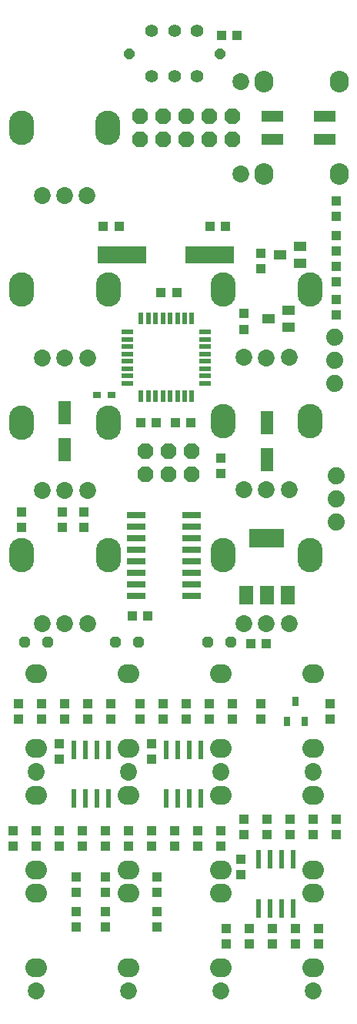
<source format=gts>
G04 DipTrace 3.2.0.1*
G04 ugrids02.GTS*
%MOIN*%
G04 #@! TF.FileFunction,Soldermask,Top*
G04 #@! TF.Part,Single*
%AMOUTLINE0*
4,1,4,
-0.027559,0.051181,
-0.027559,-0.051181,
0.027559,-0.051181,
0.027559,0.051181,
-0.027559,0.051181,
0*%
%AMOUTLINE1*
4,1,4,
0.011,-0.025,
0.011,0.025,
-0.011,0.025,
-0.011,-0.025,
0.011,-0.025,
0*%
%AMOUTLINE2*
4,1,4,
0.025,-0.011,
0.025,0.011,
-0.025,0.011,
-0.025,-0.011,
0.025,-0.011,
0*%
%AMOUTLINE3*
4,1,4,
0.01378,0.019685,
-0.01378,0.019685,
-0.01378,-0.019685,
0.01378,-0.019685,
0.01378,0.019685,
0*%
%AMOUTLINE4*
4,1,4,
-0.04,0.013,
-0.04,-0.013,
0.04,-0.013,
0.04,0.013,
-0.04,0.013,
0*%
%AMOUTLINE5*
4,1,4,
0.0295,0.0395,
-0.0295,0.0395,
-0.0295,-0.0395,
0.0295,-0.0395,
0.0295,0.0395,
0*%
%AMOUTLINE6*
4,1,4,
0.075,0.0395,
-0.075,0.0395,
-0.075,-0.0395,
0.075,-0.0395,
0.075,0.0395,
0*%
%AMOUTLINE7*
4,1,8,
0.034184,-0.014159,
0.014159,-0.034184,
-0.014159,-0.034184,
-0.034184,-0.014159,
-0.034184,0.014159,
-0.014159,0.034184,
0.014159,0.034184,
0.034184,0.014159,
0.034184,-0.014159,
0*%
%AMOUTLINE8*
4,1,4,
0.016732,0.01378,
-0.016732,0.01378,
-0.016732,-0.01378,
0.016732,-0.01378,
0.016732,0.01378,
0*%
%AMOUTLINE9*
4,1,8,
0.024021,0.00995,
0.00995,0.024021,
-0.00995,0.024021,
-0.024021,0.00995,
-0.024021,-0.00995,
-0.00995,-0.024021,
0.00995,-0.024021,
0.024021,-0.00995,
0.024021,0.00995,
0*%
%AMOUTLINE10*
4,1,4,
0.105,0.038,
-0.105,0.038,
-0.105,-0.038,
0.105,-0.038,
0.105,0.038,
0*%
%AMOUTLINE11*
4,1,4,
-0.027559,0.019685,
-0.027559,-0.019685,
0.027559,-0.019685,
0.027559,0.019685,
-0.027559,0.019685,
0*%
%AMOUTLINE12*
4,1,8,
0.02197,0.0091,
0.0091,0.02197,
-0.0091,0.02197,
-0.02197,0.0091,
-0.02197,-0.0091,
-0.0091,-0.02197,
0.0091,-0.02197,
0.02197,-0.0091,
0.02197,0.0091,
0*%
%ADD25R,0.043307X0.03937*%
%ADD26R,0.03937X0.043307*%
%ADD29R,0.023622X0.07874*%
%ADD30C,0.074*%
%ADD33C,0.055433*%
%ADD46R,0.094646X0.047402*%
%ADD54O,0.108031X0.149291*%
%ADD56O,0.083031X0.093031*%
%ADD62C,0.073031*%
%ADD64O,0.093031X0.083031*%
%ADD68OUTLINE0*%
%ADD69OUTLINE1*%
%ADD70OUTLINE2*%
%ADD71OUTLINE3*%
%ADD72OUTLINE4*%
%ADD73OUTLINE5*%
%ADD74OUTLINE6*%
%ADD75OUTLINE7*%
%ADD76OUTLINE8*%
%ADD77OUTLINE9*%
%ADD78OUTLINE10*%
%ADD79OUTLINE11*%
%ADD80OUTLINE12*%
%FSLAX26Y26*%
G04*
G70*
G90*
G75*
G01*
G04 TopMask*
%LPD*%
D64*
X1367178Y557104D3*
Y882104D3*
D62*
Y457104D3*
D64*
X967178Y557104D3*
Y882104D3*
D62*
Y457104D3*
D64*
X567178Y557104D3*
Y882104D3*
D62*
Y457104D3*
D68*
X692178Y2962313D3*
Y2800896D3*
D25*
X1321214Y3769104D3*
X1388143D3*
X1108714Y3481604D3*
X1175643D3*
X1496214Y1962855D3*
X1563143D3*
X1171214Y2919104D3*
X1238143D3*
X1021214D3*
X1088143D3*
X925643Y3769104D3*
X858714D3*
D26*
X1542178Y1635640D3*
Y1702569D3*
X1454678Y1027569D3*
Y960640D3*
X1667178Y1202569D3*
Y1135640D3*
D25*
X983714Y2081604D3*
X1050643D3*
D26*
X1217178Y1702569D3*
Y1635640D3*
X1067178Y1527569D3*
Y1460640D3*
X792178Y1702569D3*
Y1635640D3*
X1592178Y660640D3*
Y727569D3*
X967178Y1085640D3*
Y1152569D3*
X667178Y1085640D3*
Y1152569D3*
Y1527569D3*
Y1460640D3*
D68*
X1567178Y2918564D3*
Y2757146D3*
D64*
X1367178Y1507104D3*
Y1832104D3*
D62*
Y1407104D3*
D64*
X967178Y1507104D3*
Y1832104D3*
D62*
Y1407104D3*
D64*
X567178Y1507104D3*
Y1832104D3*
D62*
Y1407104D3*
D56*
X1555178Y4394104D3*
X1880178D3*
D62*
X1455178D3*
X790178Y3199104D3*
X692178Y3198829D3*
X594178Y3199104D3*
D54*
X505178Y3494104D3*
X879178D3*
D69*
X1242178Y3369104D3*
X1210682D3*
X1179186D3*
X1147690D3*
X1116194D3*
X1084698D3*
X1053202D3*
X1021706D3*
D70*
X962942Y3310341D3*
Y3278845D3*
Y3247348D3*
Y3215852D3*
Y3184356D3*
Y3152860D3*
Y3121364D3*
Y3089868D3*
D69*
X1021706Y3031104D3*
X1053202D3*
X1084698D3*
X1116194D3*
X1147690D3*
X1179186D3*
X1210682D3*
X1242178D3*
D70*
X1300942Y3089868D3*
Y3121364D3*
Y3152860D3*
Y3184356D3*
Y3215852D3*
Y3247348D3*
Y3278845D3*
Y3310341D3*
D71*
X1654777Y1625797D3*
X1729580D3*
X1692178Y1712411D3*
D29*
X1529678Y815167D3*
X1579678D3*
X1629678D3*
X1679678D3*
Y1027766D3*
X1629678D3*
X1579678D3*
X1529678D3*
X1129678Y1290167D3*
X1179678D3*
X1229678D3*
X1279678D3*
Y1502766D3*
X1229678D3*
X1179678D3*
X1129678D3*
X729678Y1290167D3*
X779678D3*
X829678D3*
X879678D3*
Y1502766D3*
X829678D3*
X779678D3*
X729678D3*
D72*
X1242178Y2169104D3*
Y2219104D3*
Y2269104D3*
Y2319104D3*
Y2369104D3*
Y2419104D3*
Y2469104D3*
Y2519104D3*
X1000178D3*
Y2469104D3*
Y2419104D3*
Y2369104D3*
Y2319104D3*
Y2269104D3*
Y2219104D3*
Y2169104D3*
D73*
X1478178Y2170104D3*
X1568178D3*
X1658178D3*
D74*
X1567178Y2418104D3*
D75*
X1042178Y2694104D3*
Y2794104D3*
X1142178Y2694104D3*
Y2794104D3*
X1242178Y2694104D3*
Y2794104D3*
X1017178Y4144104D3*
Y4244104D3*
X1117178Y4144104D3*
Y4244104D3*
X1217178Y4144104D3*
Y4244104D3*
X1317178Y4144104D3*
Y4244104D3*
X1417178Y4144104D3*
Y4244104D3*
D30*
X1867177Y2487854D3*
Y2587854D3*
Y2687854D3*
X1860927Y3287855D3*
Y3187855D3*
Y3087855D3*
D76*
X831745Y3037854D3*
X894737D3*
D77*
X1311199Y1969104D3*
X1411199D3*
X911199D3*
X1011199D3*
X517178D3*
X617178D3*
D64*
X1367178Y1306104D3*
Y981104D3*
D62*
Y1406104D3*
D64*
X967178Y1306104D3*
Y981104D3*
D62*
Y1406104D3*
D64*
X567178Y1306104D3*
Y981104D3*
D62*
Y1406104D3*
D78*
X942178Y3644104D3*
X1322178D3*
D79*
X1660485Y3331703D3*
X1573871Y3369104D3*
X1660485Y3406506D3*
X1710485Y3606703D3*
X1623871Y3644104D3*
X1710485Y3681506D3*
D62*
X788800Y3900355D3*
X690800Y3900079D3*
X592800Y3900355D3*
D54*
X503800Y4195355D3*
X877800D3*
D26*
X1367178Y2698140D3*
Y2765069D3*
D25*
X1438143Y4594104D3*
X1371214D3*
D62*
X790178Y2624104D3*
X692178Y2623829D3*
X594178Y2624104D3*
D54*
X505178Y2919104D3*
X879178D3*
D26*
X1542178Y3652569D3*
Y3585640D3*
X1467178Y3390069D3*
Y3323140D3*
X1842178Y1702569D3*
Y1635640D3*
X1867178Y3529390D3*
Y3596320D3*
Y3385640D3*
Y3452569D3*
Y3810640D3*
Y3877569D3*
Y3660640D3*
Y3727569D3*
X1567178Y1202569D3*
Y1135640D3*
X1767178D3*
Y1202569D3*
X1867178Y1135640D3*
Y1202569D3*
X1317178Y1702569D3*
Y1635640D3*
X1017178D3*
Y1702569D3*
X1117178Y1635640D3*
Y1702569D3*
X692178D3*
Y1635640D3*
X492178D3*
Y1702569D3*
X592178Y1635640D3*
Y1702569D3*
X1467178Y1135640D3*
Y1202569D3*
X1417178Y1635640D3*
Y1702569D3*
X892178Y1635640D3*
Y1702569D3*
D62*
X1663603Y2049695D3*
X1565603Y2049419D3*
X1467603Y2049695D3*
D54*
X1378603Y2344695D3*
X1752603D3*
D62*
X790178Y2049104D3*
X692178Y2048829D3*
X594178Y2049104D3*
D54*
X505178Y2344104D3*
X879178D3*
D26*
X1392178Y727569D3*
Y660640D3*
X1267178Y1152569D3*
Y1085640D3*
X567178Y1152569D3*
Y1085640D3*
X1492178Y660640D3*
Y727569D3*
X1692178D3*
Y660640D3*
X1792178Y727569D3*
Y660640D3*
X1067178Y1085640D3*
Y1152569D3*
X1367178D3*
Y1085640D3*
X1167178Y1152569D3*
Y1085640D3*
X767178D3*
Y1152569D3*
X467178D3*
Y1085640D3*
X867178Y1152569D3*
Y1085640D3*
X773427Y2531604D3*
Y2464675D3*
X679678Y2531604D3*
Y2464675D3*
X504678Y2531604D3*
Y2464675D3*
D62*
X1663603Y2628632D3*
X1565603Y2628356D3*
X1467603Y2628632D3*
D54*
X1378603Y2923632D3*
X1752603D3*
D26*
X742178Y885640D3*
Y952569D3*
X867178Y885640D3*
Y952569D3*
X1092178Y735640D3*
Y802569D3*
D62*
X1663603Y3200060D3*
X1565603Y3199784D3*
X1467603Y3200060D3*
D54*
X1378603Y3495060D3*
X1752603D3*
D26*
X742178Y735640D3*
Y802569D3*
X867178Y735640D3*
Y802569D3*
X1092178Y885640D3*
Y952569D3*
D64*
X1767178Y1507104D3*
Y1832104D3*
D62*
Y1407104D3*
D56*
X1555178Y3994104D3*
X1880178D3*
D62*
X1455178D3*
D80*
X1364028Y4515955D3*
X970328D3*
D33*
X1265603Y4417530D3*
X1167178D3*
X1068753D3*
X1265603Y4614380D3*
X1167178D3*
X1068753D3*
D64*
X1767178Y557104D3*
Y882104D3*
D62*
Y457104D3*
D64*
Y1306104D3*
Y981104D3*
D62*
Y1406104D3*
D46*
X1817080Y4144006D3*
Y4244006D3*
X1592277D3*
Y4144006D3*
M02*

</source>
